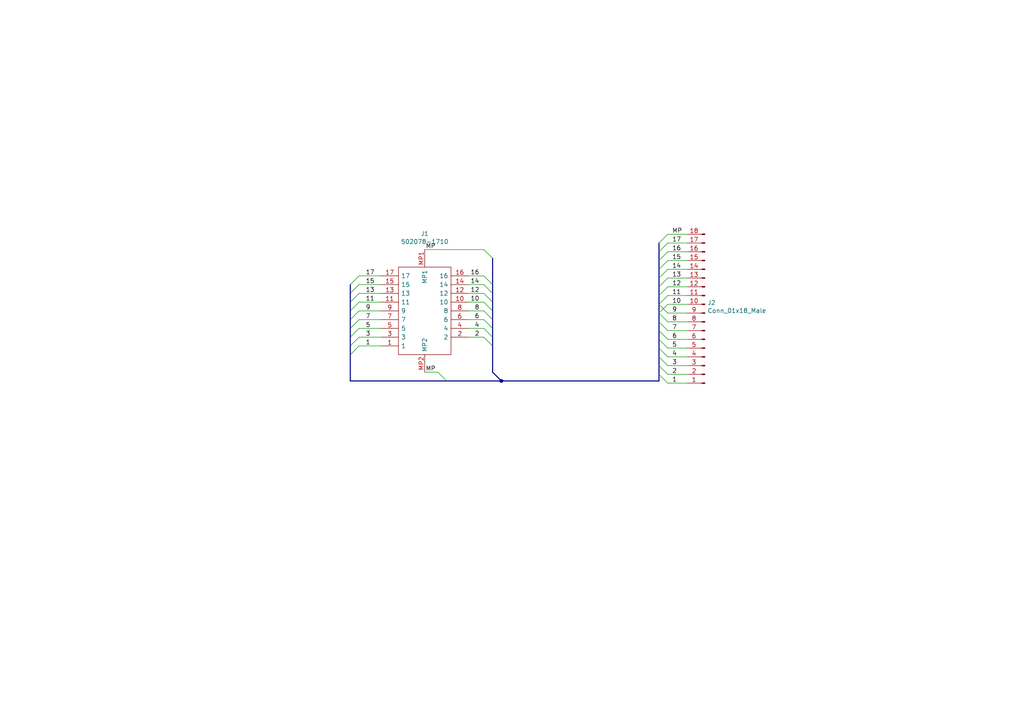
<source format=kicad_sch>
(kicad_sch (version 20211123) (generator eeschema)
  (paper "A4")
  (title_block (title "Adapter board") (date "2021-07-14") (rev "1.0") (company "Ant Nova OÜ") (comment 2 "e-mail: vadim@ant.ee") (comment 3 "author: Vadim Kimlaychuk"))
  (lib_symbols
    (symbol "Connector:Conn_01x18_Male" (pin_names (offset 1.016) hide)
      (property "Reference" "J" (at 0 22.86 0))
      (property "Value" "Conn_01x18_Male" (at 0 -25.4 0))
      (symbol "Conn_01x18_Male_1_1"
        (polyline (pts (xy 1.27 -22.86) (xy 0.8636 -22.86)) (stroke (width 0.1524)))
        (polyline (pts (xy 1.27 -20.32) (xy 0.8636 -20.32)) (stroke (width 0.1524)))
        (polyline (pts (xy 1.27 -17.78) (xy 0.8636 -17.78)) (stroke (width 0.1524)))
        (polyline (pts (xy 1.27 -15.24) (xy 0.8636 -15.24)) (stroke (width 0.1524)))
        (polyline (pts (xy 1.27 -12.7) (xy 0.8636 -12.7)) (stroke (width 0.1524)))
        (polyline (pts (xy 1.27 -10.16) (xy 0.8636 -10.16)) (stroke (width 0.1524)))
        (polyline (pts (xy 1.27 -7.62) (xy 0.8636 -7.62)) (stroke (width 0.1524)))
        (polyline (pts (xy 1.27 -5.08) (xy 0.8636 -5.08)) (stroke (width 0.1524)))
        (polyline (pts (xy 1.27 -2.54) (xy 0.8636 -2.54)) (stroke (width 0.1524)))
        (polyline (pts (xy 1.27 0) (xy 0.8636 0)) (stroke (width 0.1524)))
        (polyline (pts (xy 1.27 2.54) (xy 0.8636 2.54)) (stroke (width 0.1524)))
        (polyline (pts (xy 1.27 5.08) (xy 0.8636 5.08)) (stroke (width 0.1524)))
        (polyline (pts (xy 1.27 7.62) (xy 0.8636 7.62)) (stroke (width 0.1524)))
        (polyline (pts (xy 1.27 10.16) (xy 0.8636 10.16)) (stroke (width 0.1524)))
        (polyline (pts (xy 1.27 12.7) (xy 0.8636 12.7)) (stroke (width 0.1524)))
        (polyline (pts (xy 1.27 15.24) (xy 0.8636 15.24)) (stroke (width 0.1524)))
        (polyline (pts (xy 1.27 17.78) (xy 0.8636 17.78)) (stroke (width 0.1524)))
        (polyline (pts (xy 1.27 20.32) (xy 0.8636 20.32)) (stroke (width 0.1524)))
        (rectangle (start 0.8636 -22.733) (end 0 -22.987) (stroke (width 0.1524)) (fill (type outline)))
        (rectangle (start 0.8636 -20.193) (end 0 -20.447) (stroke (width 0.1524)) (fill (type outline)))
        (rectangle (start 0.8636 -17.653) (end 0 -17.907) (stroke (width 0.1524)) (fill (type outline)))
        (rectangle (start 0.8636 -15.113) (end 0 -15.367) (stroke (width 0.1524)) (fill (type outline)))
        (rectangle (start 0.8636 -12.573) (end 0 -12.827) (stroke (width 0.1524)) (fill (type outline)))
        (rectangle (start 0.8636 -10.033) (end 0 -10.287) (stroke (width 0.1524)) (fill (type outline)))
        (rectangle (start 0.8636 -7.493) (end 0 -7.747) (stroke (width 0.1524)) (fill (type outline)))
        (rectangle (start 0.8636 -4.953) (end 0 -5.207) (stroke (width 0.1524)) (fill (type outline)))
        (rectangle (start 0.8636 -2.413) (end 0 -2.667) (stroke (width 0.1524)) (fill (type outline)))
        (rectangle (start 0.8636 0.127) (end 0 -0.127) (stroke (width 0.1524)) (fill (type outline)))
        (rectangle (start 0.8636 2.667) (end 0 2.413) (stroke (width 0.1524)) (fill (type outline)))
        (rectangle (start 0.8636 5.207) (end 0 4.953) (stroke (width 0.1524)) (fill (type outline)))
        (rectangle (start 0.8636 7.747) (end 0 7.493) (stroke (width 0.1524)) (fill (type outline)))
        (rectangle (start 0.8636 10.287) (end 0 10.033) (stroke (width 0.1524)) (fill (type outline)))
        (rectangle (start 0.8636 12.827) (end 0 12.573) (stroke (width 0.1524)) (fill (type outline)))
        (rectangle (start 0.8636 15.367) (end 0 15.113) (stroke (width 0.1524)) (fill (type outline)))
        (rectangle (start 0.8636 17.907) (end 0 17.653) (stroke (width 0.1524)) (fill (type outline)))
        (rectangle (start 0.8636 20.447) (end 0 20.193) (stroke (width 0.1524)) (fill (type outline)))
        (pin passive line (at 5.08 20.32 180) (length 3.81) (name "Pin_1") (number "1"))
        (pin passive line (at 5.08 -2.54 180) (length 3.81) (name "Pin_10") (number "10"))
        (pin passive line (at 5.08 -5.08 180) (length 3.81) (name "Pin_11") (number "11"))
        (pin passive line (at 5.08 -7.62 180) (length 3.81) (name "Pin_12") (number "12"))
        (pin passive line (at 5.08 -10.16 180) (length 3.81) (name "Pin_13") (number "13"))
        (pin passive line (at 5.08 -12.7 180) (length 3.81) (name "Pin_14") (number "14"))
        (pin passive line (at 5.08 -15.24 180) (length 3.81) (name "Pin_15") (number "15"))
        (pin passive line (at 5.08 -17.78 180) (length 3.81) (name "Pin_16") (number "16"))
        (pin passive line (at 5.08 -20.32 180) (length 3.81) (name "Pin_17") (number "17"))
        (pin passive line (at 5.08 -22.86 180) (length 3.81) (name "Pin_18") (number "18"))
        (pin passive line (at 5.08 17.78 180) (length 3.81) (name "Pin_2") (number "2"))
        (pin passive line (at 5.08 15.24 180) (length 3.81) (name "Pin_3") (number "3"))
        (pin passive line (at 5.08 12.7 180) (length 3.81) (name "Pin_4") (number "4"))
        (pin passive line (at 5.08 10.16 180) (length 3.81) (name "Pin_5") (number "5"))
        (pin passive line (at 5.08 7.62 180) (length 3.81) (name "Pin_6") (number "6"))
        (pin passive line (at 5.08 5.08 180) (length 3.81) (name "Pin_7") (number "7"))
        (pin passive line (at 5.08 2.54 180) (length 3.81) (name "Pin_8") (number "8"))
        (pin passive line (at 5.08 0 180) (length 3.81) (name "Pin_9") (number "9"))
      )
    )
    (symbol "adapter-rescue:502078-1710-Horace" (pin_names (offset 0.762))
      (property "Reference" "J" (at 31.75 12.7 0))
      (property "Value" "502078-1710-Horace" (at 31.75 10.16 0))
      (symbol "502078-1710-Horace_0_0"
        (pin passive line (at 27.94 -12.7 90) (length 5.08) (name "1") (number "1"))
        (pin passive line (at 15.24 12.7 270) (length 5.08) (name "10") (number "10"))
        (pin passive line (at 15.24 -12.7 90) (length 5.08) (name "11") (number "11"))
        (pin passive line (at 12.7 12.7 270) (length 5.08) (name "12") (number "12"))
        (pin passive line (at 12.7 -12.7 90) (length 5.08) (name "13") (number "13"))
        (pin passive line (at 10.16 12.7 270) (length 5.08) (name "14") (number "14"))
        (pin passive line (at 10.16 -12.7 90) (length 5.08) (name "15") (number "15"))
        (pin passive line (at 7.62 12.7 270) (length 5.08) (name "16") (number "16"))
        (pin passive line (at 7.62 -12.7 90) (length 5.08) (name "17") (number "17"))
        (pin passive line (at 25.4 12.7 270) (length 5.08) (name "2") (number "2"))
        (pin passive line (at 25.4 -12.7 90) (length 5.08) (name "3") (number "3"))
        (pin passive line (at 22.86 12.7 270) (length 5.08) (name "4") (number "4"))
        (pin passive line (at 22.86 -12.7 90) (length 5.08) (name "5") (number "5"))
        (pin passive line (at 20.32 12.7 270) (length 5.08) (name "6") (number "6"))
        (pin passive line (at 20.32 -12.7 90) (length 5.08) (name "7") (number "7"))
        (pin passive line (at 17.78 12.7 270) (length 5.08) (name "8") (number "8"))
        (pin passive line (at 17.78 -12.7 90) (length 5.08) (name "9") (number "9"))
        (pin passive line (at 0 0 0) (length 5.08) (name "MP1") (number "MP1"))
        (pin passive line (at 35.56 0 180) (length 5.08) (name "MP2") (number "MP2"))
      )
      (symbol "502078-1710-Horace_0_1"
        (polyline (pts (xy 5.08 7.62) (xy 30.48 7.62) (xy 30.48 -7.62) (xy 5.08 -7.62) (xy 5.08 7.62)) (stroke (width 0.1524)))
      )
    )
  )
  (junction (at 145.415 110.49))
  (bus_entry (at 101.6 87.63) (size 2.54 -2.54))
  (bus_entry (at 140.335 92.71) (size 2.54 2.54))
  (bus_entry (at 101.6 100.33) (size 2.54 -2.54))
  (bus_entry (at 191.135 83.185) (size 2.54 -2.54))
  (bus_entry (at 140.335 80.01) (size 2.54 2.54))
  (bus_entry (at 101.6 97.79) (size 2.54 -2.54))
  (bus_entry (at 191.135 70.485) (size 2.54 -2.54))
  (bus_entry (at 101.6 95.25) (size 2.54 -2.54))
  (bus_entry (at 140.335 87.63) (size 2.54 2.54))
  (bus_entry (at 191.135 106.045) (size 2.54 2.54))
  (bus_entry (at 191.135 95.885) (size 2.54 2.54))
  (bus_entry (at 193.675 90.805) (size -2.54 -2.54))
  (bus_entry (at 101.6 82.55) (size 2.54 -2.54))
  (bus_entry (at 191.135 103.505) (size 2.54 2.54))
  (bus_entry (at 140.335 85.09) (size 2.54 2.54))
  (bus_entry (at 191.135 75.565) (size 2.54 -2.54))
  (bus_entry (at 140.335 97.79) (size 2.54 2.54))
  (bus_entry (at 191.135 93.345) (size 2.54 2.54))
  (bus_entry (at 191.135 85.725) (size 2.54 -2.54))
  (bus_entry (at 140.335 82.55) (size 2.54 2.54))
  (bus_entry (at 191.135 73.025) (size 2.54 -2.54))
  (bus_entry (at 140.335 90.17) (size 2.54 2.54))
  (bus_entry (at 191.135 90.805) (size 2.54 -2.54))
  (bus_entry (at 140.335 95.25) (size 2.54 2.54))
  (bus_entry (at 140.335 72.39) (size 2.54 2.54))
  (bus_entry (at 191.135 100.965) (size 2.54 2.54))
  (bus_entry (at 101.6 102.87) (size 2.54 -2.54))
  (bus_entry (at 101.6 90.17) (size 2.54 -2.54))
  (bus_entry (at 191.135 80.645) (size 2.54 -2.54))
  (bus_entry (at 191.135 88.265) (size 2.54 -2.54))
  (bus_entry (at 101.6 92.71) (size 2.54 -2.54))
  (bus_entry (at 101.6 85.09) (size 2.54 -2.54))
  (bus_entry (at 191.135 98.425) (size 2.54 2.54))
  (bus_entry (at 191.135 78.105) (size 2.54 -2.54))
  (bus_entry (at 127 107.95) (size 2.54 2.54))
  (bus_entry (at 191.135 108.585) (size 2.54 2.54))
  (bus_entry (at 193.675 93.345) (size -2.54 -2.54))
  (bus (pts (xy 191.135 78.105) (xy 191.135 80.645)))
  (bus (pts (xy 142.875 95.25) (xy 142.875 97.79)))
  (wire (pts (xy 123.19 72.39) (xy 140.335 72.39)))
  (wire (pts (xy 193.675 90.805) (xy 199.39 90.805)))
  (wire (pts (xy 135.89 85.09) (xy 140.335 85.09)))
  (wire (pts (xy 193.675 103.505) (xy 199.39 103.505)))
  (bus (pts (xy 191.135 80.645) (xy 191.135 83.185)))
  (wire (pts (xy 104.14 82.55) (xy 110.49 82.55)))
  (bus (pts (xy 142.875 90.17) (xy 142.875 92.71)))
  (wire (pts (xy 135.89 80.01) (xy 140.335 80.01)))
  (wire (pts (xy 104.14 92.71) (xy 110.49 92.71)))
  (bus (pts (xy 142.875 74.93) (xy 142.875 82.55)))
  (bus (pts (xy 142.875 82.55) (xy 142.875 85.09)))
  (bus (pts (xy 191.135 93.345) (xy 191.135 95.885)))
  (bus (pts (xy 101.6 85.09) (xy 101.6 87.63)))
  (wire (pts (xy 193.675 73.025) (xy 199.39 73.025)))
  (bus (pts (xy 191.135 98.425) (xy 191.135 100.965)))
  (wire (pts (xy 193.675 98.425) (xy 199.39 98.425)))
  (wire (pts (xy 193.675 106.045) (xy 199.39 106.045)))
  (wire (pts (xy 193.675 78.105) (xy 199.39 78.105)))
  (bus (pts (xy 191.135 83.185) (xy 191.135 85.725)))
  (bus (pts (xy 142.875 107.95) (xy 145.415 110.49)))
  (bus (pts (xy 191.135 70.485) (xy 191.135 73.025)))
  (bus (pts (xy 101.6 87.63) (xy 101.6 90.17)))
  (wire (pts (xy 135.89 95.25) (xy 140.335 95.25)))
  (wire (pts (xy 193.675 83.185) (xy 199.39 83.185)))
  (wire (pts (xy 193.675 95.885) (xy 199.39 95.885)))
  (wire (pts (xy 135.89 92.71) (xy 140.335 92.71)))
  (wire (pts (xy 135.89 97.79) (xy 140.335 97.79)))
  (bus (pts (xy 191.135 100.965) (xy 191.135 103.505)))
  (wire (pts (xy 104.14 87.63) (xy 110.49 87.63)))
  (bus (pts (xy 101.6 82.55) (xy 101.6 85.09)))
  (wire (pts (xy 193.675 93.345) (xy 199.39 93.345)))
  (bus (pts (xy 191.135 88.265) (xy 191.135 90.805)))
  (wire (pts (xy 193.675 80.645) (xy 199.39 80.645)))
  (wire (pts (xy 104.14 80.01) (xy 110.49 80.01)))
  (bus (pts (xy 191.135 103.505) (xy 191.135 106.045)))
  (wire (pts (xy 193.675 88.265) (xy 199.39 88.265)))
  (wire (pts (xy 135.89 87.63) (xy 140.335 87.63)))
  (bus (pts (xy 101.6 97.79) (xy 101.6 100.33)))
  (bus (pts (xy 142.875 92.71) (xy 142.875 95.25)))
  (wire (pts (xy 193.675 85.725) (xy 199.39 85.725)))
  (bus (pts (xy 101.6 95.25) (xy 101.6 97.79)))
  (wire (pts (xy 123.19 107.95) (xy 127 107.95)))
  (bus (pts (xy 142.875 97.79) (xy 142.875 100.33)))
  (wire (pts (xy 193.675 70.485) (xy 199.39 70.485)))
  (wire (pts (xy 135.89 90.17) (xy 140.335 90.17)))
  (bus (pts (xy 145.415 110.49) (xy 191.135 110.49)))
  (bus (pts (xy 142.875 100.33) (xy 142.875 107.95)))
  (bus (pts (xy 101.6 100.33) (xy 101.6 102.87)))
  (bus (pts (xy 101.6 102.87) (xy 101.6 110.49)))
  (wire (pts (xy 193.675 108.585) (xy 199.39 108.585)))
  (wire (pts (xy 135.89 82.55) (xy 140.335 82.55)))
  (wire (pts (xy 193.675 67.945) (xy 199.39 67.945)))
  (wire (pts (xy 104.14 90.17) (xy 110.49 90.17)))
  (wire (pts (xy 104.14 95.25) (xy 110.49 95.25)))
  (wire (pts (xy 104.14 85.09) (xy 110.49 85.09)))
  (bus (pts (xy 191.135 75.565) (xy 191.135 78.105)))
  (bus (pts (xy 191.135 108.585) (xy 191.135 110.49)))
  (bus (pts (xy 191.135 95.885) (xy 191.135 98.425)))
  (bus (pts (xy 191.135 90.805) (xy 191.135 93.345)))
  (bus (pts (xy 101.6 90.17) (xy 101.6 92.71)))
  (wire (pts (xy 104.14 100.33) (xy 110.49 100.33)))
  (wire (pts (xy 193.675 75.565) (xy 199.39 75.565)))
  (wire (pts (xy 104.14 97.79) (xy 110.49 97.79)))
  (wire (pts (xy 193.675 100.965) (xy 199.39 100.965)))
  (bus (pts (xy 191.135 73.025) (xy 191.135 75.565)))
  (wire (pts (xy 193.675 111.125) (xy 199.39 111.125)))
  (bus (pts (xy 142.875 87.63) (xy 142.875 90.17)))
  (bus (pts (xy 191.135 106.045) (xy 191.135 108.585)))
  (bus (pts (xy 129.54 110.49) (xy 145.415 110.49)))
  (bus (pts (xy 142.875 85.09) (xy 142.875 87.63)))
  (bus (pts (xy 101.6 110.49) (xy 129.54 110.49)))
  (bus (pts (xy 191.135 85.725) (xy 191.135 88.265)))
  (bus (pts (xy 101.6 92.71) (xy 101.6 95.25)))
  (label "13" (at 194.945 80.645 0))
  (label "11" (at 106.045 87.63 0))
  (label "10" (at 139.065 87.63 180))
  (label "4" (at 194.945 103.505 0))
  (label "5" (at 194.945 100.965 0))
  (label "6" (at 139.065 92.71 180))
  (label "16" (at 139.065 80.01 180))
  (label "7" (at 106.045 92.71 0))
  (label "9" (at 194.945 90.805 0))
  (label "2" (at 139.065 97.79 180))
  (label "4" (at 139.065 95.25 180))
  (label "1" (at 194.945 111.125 0))
  (label "5" (at 106.045 95.25 0))
  (label "8" (at 139.065 90.17 180))
  (label "3" (at 106.045 97.79 0))
  (label "1" (at 106.045 100.33 0))
  (label "6" (at 194.945 98.425 0))
  (label "16" (at 194.945 73.025 0))
  (label "3" (at 194.945 106.045 0))
  (label "7" (at 194.945 95.885 0))
  (label "9" (at 106.045 90.17 0))
  (label "11" (at 194.945 85.725 0))
  (label "14" (at 139.065 82.55 180))
  (label "2" (at 194.945 108.585 0))
  (label "8" (at 194.945 93.345 0))
  (label "10" (at 194.945 88.265 0))
  (label "MP" (at 194.945 67.945 0))
  (label "13" (at 106.045 85.09 0))
  (label "MP" (at 126.365 107.95 180))
  (label "15" (at 194.945 75.565 0))
  (label "MP" (at 126.365 72.39 180))
  (label "17" (at 106.045 80.01 0))
  (label "14" (at 194.945 78.105 0))
  (label "15" (at 106.045 82.55 0))
  (label "17" (at 194.945 70.485 0))
  (label "12" (at 194.945 83.185 0))
  (label "12" (at 139.065 85.09 180))
  (symbol (lib_id "adapter-rescue:502078-1710-Horace") (at 123.19 72.39 270) (unit 1)
    (property "Reference" "J1" (at 123.19 67.7926 90))
    (property "Value" "502078-1710" (at 123.19 70.104 90))
    (property "Footprint" "Horace:5020781710" (effects hide))
    (property "Datasheet" "https://componentsearchengine.com/Datasheets/2/502078-1710.pdf" (effects hide))
    (property "Description" "250UM FPC E/O Hsg Assy 17Ckt EmbsTpPkg" (effects hide))
    (property "Manufacturer" "Molex" (effects hide))
    (property "Manufacturer part number" "502078-1710" (effects hide))
    (property "Height" "1.15" (effects hide))
    (property "Mouser Part Number" "538-502078-1710" (effects hide))
    (property "Mouser Price/Stock" "https://www.mouser.co.uk/ProductDetail/Molex/502078-1710/?qs=qM7ngqbhX5VeJKt0xqlhhA%3D%3D" (effects hide))
    (property "Digikey Part Number" "WM14446TR-ND" (effects hide))
    (property "Price" "1.68" (effects hide))
  )
  (symbol (lib_id "Connector:Conn_01x18_Male") (at 204.47 90.805 180) (unit 1)
    (property "Reference" "J2" (at 205.1812 87.8078 0) (effects (justify right)))
    (property "Value" "Conn_01x18_Male" (at 205.1812 90.1192 0) (effects (justify right)))
    (property "Footprint" "Connector_PinHeader_2.54mm:PinHeader_1x18_P2.54mm_Vertical" (effects hide))
    (property "Datasheet" "https://www.mouser.ee/datasheet/2/276/0022284183_PCB_HEADERS-159024.pdf" (effects hide))
    (property "Manufacturer part number" "0022284183" (effects hide))
    (property "Mouser Price/Stock" "https://www.mouser.ee/ProductDetail/Molex/22-28-4183?qs=LinZCy4NUiGDn1gX4QTPKQ%3D%3D" (effects hide))
    (property "Mouser Part Number" "538-22-28-4183" (effects hide))
    (property "Digikey Part Number" "WM50016-18-ND" (effects hide))
    (property "Price" "1.02" (effects hide))
  )
)
</source>
